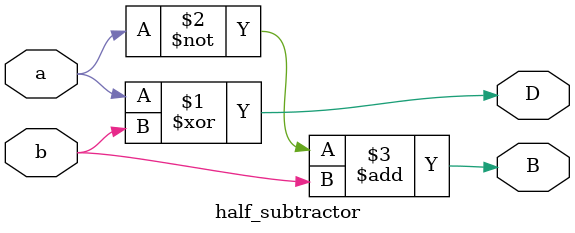
<source format=v>
`timescale 1ns / 1ps
module half_subtractor(a,b,D,B);
    input a,b;
    output D,B;
    assign D=a^b;
	 assign B=~a+b;
endmodule

</source>
